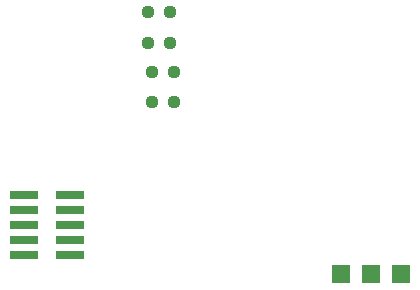
<source format=gbr>
%TF.GenerationSoftware,KiCad,Pcbnew,7.0.8*%
%TF.CreationDate,2023-10-07T15:52:59+09:00*%
%TF.ProjectId,KiCad,4b694361-642e-46b6-9963-61645f706362,rev?*%
%TF.SameCoordinates,PX41cdb40PY67f3540*%
%TF.FileFunction,Paste,Top*%
%TF.FilePolarity,Positive*%
%FSLAX46Y46*%
G04 Gerber Fmt 4.6, Leading zero omitted, Abs format (unit mm)*
G04 Created by KiCad (PCBNEW 7.0.8) date 2023-10-07 15:52:59*
%MOMM*%
%LPD*%
G01*
G04 APERTURE LIST*
G04 Aperture macros list*
%AMRoundRect*
0 Rectangle with rounded corners*
0 $1 Rounding radius*
0 $2 $3 $4 $5 $6 $7 $8 $9 X,Y pos of 4 corners*
0 Add a 4 corners polygon primitive as box body*
4,1,4,$2,$3,$4,$5,$6,$7,$8,$9,$2,$3,0*
0 Add four circle primitives for the rounded corners*
1,1,$1+$1,$2,$3*
1,1,$1+$1,$4,$5*
1,1,$1+$1,$6,$7*
1,1,$1+$1,$8,$9*
0 Add four rect primitives between the rounded corners*
20,1,$1+$1,$2,$3,$4,$5,0*
20,1,$1+$1,$4,$5,$6,$7,0*
20,1,$1+$1,$6,$7,$8,$9,0*
20,1,$1+$1,$8,$9,$2,$3,0*%
%AMOutline4P*
0 Free polygon, 4 corners , with rotation*
0 The origin of the aperture is its center*
0 number of corners: always 4*
0 $1 to $8 corner X, Y*
0 $9 Rotation angle, in degrees counterclockwise*
0 create outline with 4 corners*
4,1,4,$1,$2,$3,$4,$5,$6,$7,$8,$1,$2,$9*%
G04 Aperture macros list end*
%ADD10RoundRect,0.237500X-0.250000X-0.237500X0.250000X-0.237500X0.250000X0.237500X-0.250000X0.237500X0*%
%ADD11R,2.400000X0.740000*%
%ADD12R,1.524000X1.524000*%
%ADD13Outline4P,-0.762000X-0.762000X0.762000X-0.762000X0.762000X0.762000X-0.762000X0.762000X0.000000*%
G04 APERTURE END LIST*
D10*
%TO.C,R4*%
X15587500Y36300000D03*
X17412500Y36300000D03*
%TD*%
%TO.C,R3*%
X15587500Y38800000D03*
X17412500Y38800000D03*
%TD*%
D11*
%TO.C,J1*%
X4750000Y28390000D03*
X8650000Y28390000D03*
X4750000Y27120000D03*
X8650000Y27120000D03*
X4750000Y25850000D03*
X8650000Y25850000D03*
X4750000Y24580000D03*
X8650000Y24580000D03*
X4750000Y23310000D03*
X8650000Y23310000D03*
%TD*%
D12*
%TO.C,U1*%
X31560000Y21700000D03*
D13*
X34100000Y21700000D03*
D12*
X36640000Y21700000D03*
%TD*%
D10*
%TO.C,R1*%
X15275000Y41300000D03*
X17100000Y41300000D03*
%TD*%
%TO.C,R2*%
X15275000Y43900000D03*
X17100000Y43900000D03*
%TD*%
M02*

</source>
